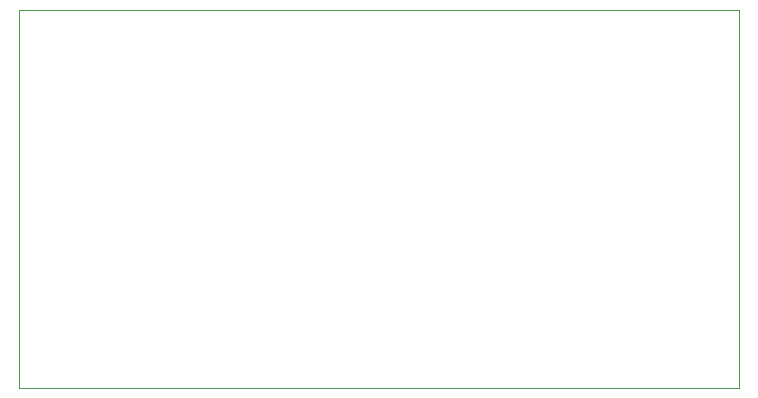
<source format=gbr>
%TF.GenerationSoftware,KiCad,Pcbnew,7.0.9-rc2*%
%TF.CreationDate,2023-12-26T16:59:54-08:00*%
%TF.ProjectId,driver_board,64726976-6572-45f6-926f-6172642e6b69,rev?*%
%TF.SameCoordinates,PX5f5e100PY5f5e100*%
%TF.FileFunction,Profile,NP*%
%FSLAX46Y46*%
G04 Gerber Fmt 4.6, Leading zero omitted, Abs format (unit mm)*
G04 Created by KiCad (PCBNEW 7.0.9-rc2) date 2023-12-26 16:59:54*
%MOMM*%
%LPD*%
G01*
G04 APERTURE LIST*
%TA.AperFunction,Profile*%
%ADD10C,0.100000*%
%TD*%
G04 APERTURE END LIST*
D10*
X0Y0D02*
X0Y-32000000D01*
X61000000Y0D02*
X0Y0D01*
X61000000Y-32000000D02*
X61000000Y0D01*
X0Y-32000000D02*
X61000000Y-32000000D01*
M02*

</source>
